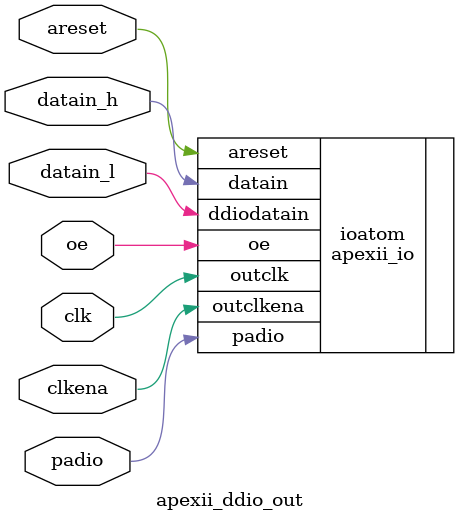
<source format=v>
module apexii_ddio_out(padio, clk, clkena, areset, oe, datain_h, datain_l);
	input 	clk;
	input	clkena;
	input 	areset;	
	input 	datain_h;
	input 	datain_l;
	input 	oe;
	inout 	padio;
   	
	parameter operation_mode = "output";
	parameter ddio_mode = "output";

	parameter output_register_mode = "register";
	parameter output_reset = "clear";
	parameter output_power_up = "low";

	parameter oe_register_mode = "register";
	parameter oe_reset = "clear";
	parameter oe_power_up = "low";
	
	parameter extend_oe_disable = "false";
	
	apexii_io ioatom (
				.outclk(clk),
				.outclkena(clkena),
				.areset(areset),
				.datain(datain_h),
				.ddiodatain(datain_l),
				.oe(oe),
				.padio(padio)
	);
	defparam 
			ioatom.operation_mode 		= operation_mode,
			ioatom.ddio_mode 			= ddio_mode,
	    	ioatom.oe_register_mode 	= oe_register_mode,
	    	ioatom.oe_reset 			= oe_reset,
	    	ioatom.oe_power_up 			= oe_power_up,
	    	ioatom.output_register_mode	= output_register_mode,
	    	ioatom.output_reset 		= output_reset,
	    	ioatom.output_power_up 		= output_power_up,
			ioatom.extend_oe_disable	= extend_oe_disable;

endmodule // apexii_ddio_out


</source>
